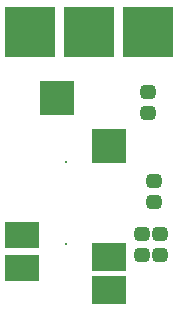
<source format=gts>
%FSLAX42Y42*%
%MOMM*%
G71*
G01*
G75*
G04 Layer_Color=8388736*
G04:AMPARAMS|DCode=10|XSize=1mm|YSize=1.1mm|CornerRadius=0.25mm|HoleSize=0mm|Usage=FLASHONLY|Rotation=270.000|XOffset=0mm|YOffset=0mm|HoleType=Round|Shape=RoundedRectangle|*
%AMROUNDEDRECTD10*
21,1,1.00,0.60,0,0,270.0*
21,1,0.50,1.10,0,0,270.0*
1,1,0.50,-0.30,-0.25*
1,1,0.50,-0.30,0.25*
1,1,0.50,0.30,0.25*
1,1,0.50,0.30,-0.25*
%
%ADD10ROUNDEDRECTD10*%
%ADD11R,4.00X4.00*%
%ADD12R,2.80X2.00*%
%ADD13R,2.80X2.80*%
%ADD14R,2.80X2.20*%
%ADD15C,0.50*%
%ADD16C,0.13*%
%ADD17C,0.05*%
%ADD18C,0.25*%
%ADD19C,0.20*%
G04:AMPARAMS|DCode=20|XSize=1.2mm|YSize=1.3mm|CornerRadius=0.35mm|HoleSize=0mm|Usage=FLASHONLY|Rotation=270.000|XOffset=0mm|YOffset=0mm|HoleType=Round|Shape=RoundedRectangle|*
%AMROUNDEDRECTD20*
21,1,1.20,0.60,0,0,270.0*
21,1,0.50,1.30,0,0,270.0*
1,1,0.70,-0.30,-0.25*
1,1,0.70,-0.30,0.25*
1,1,0.70,0.30,0.25*
1,1,0.70,0.30,-0.25*
%
%ADD20ROUNDEDRECTD20*%
%ADD21R,4.20X4.20*%
%ADD22R,3.00X2.20*%
%ADD23R,3.00X3.00*%
%ADD24R,3.00X2.40*%
%ADD25R,0.20X0.20*%
D20*
X6150Y9738D02*
D03*
Y9562D02*
D03*
X6200Y8988D02*
D03*
Y8812D02*
D03*
X6250Y8538D02*
D03*
Y8362D02*
D03*
X6100Y8362D02*
D03*
Y8538D02*
D03*
D21*
X6150Y10250D02*
D03*
X5650D02*
D03*
X5150D02*
D03*
D22*
X5080Y8530D02*
D03*
Y8250D02*
D03*
D23*
X5375Y9690D02*
D03*
X5820Y9280D02*
D03*
D24*
Y8340D02*
D03*
Y8060D02*
D03*
D25*
X5450Y9150D02*
D03*
Y8450D02*
D03*
M02*

</source>
